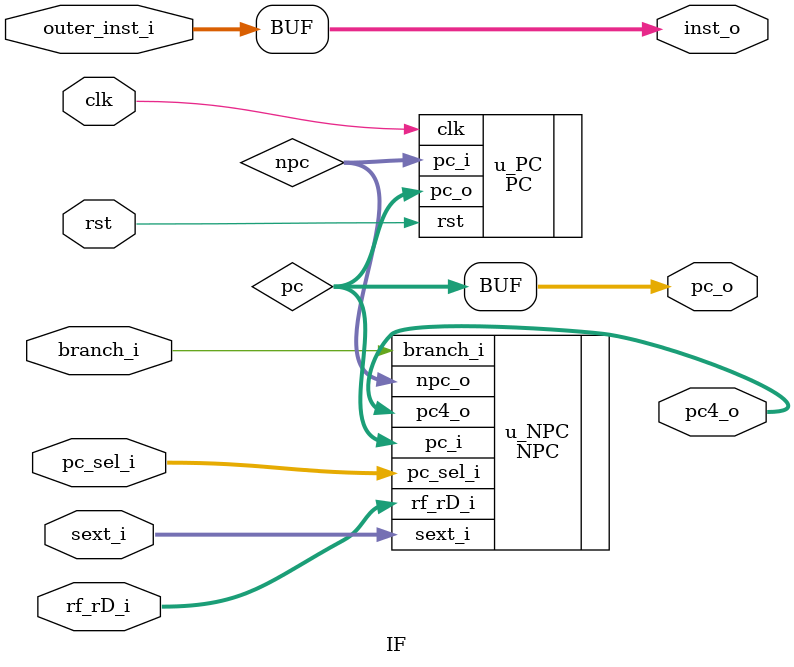
<source format=v>
`timescale 1ns / 1ps
module IF(
    input   wire        rst,
    input   wire        clk,
    // ÊäÈëÐÅºÅ
    input   wire[31:0]  sext_i,     // ·ûºÅÀ©Õ¹Á¢¼´Êý£¬ÓÃÓÚÌø×ª
    input   wire[31:0]  rf_rD_i,       // jalrÖÐ¼Ä´æÆ÷Öµrs1
    // À´×Ô¿ØÖÆÄ£¿éµÄÐÅºÅ
    input   wire[1:0]   pc_sel_i,   // pcÑ¡ÔñÐÅºÅ
    input   wire        branch_i,   // Ìø×ª
    // Êä³öÐÅºÅ
    output  wire[31:0]  inst_o,     // Ö¸Áî
    output  wire[31:0]  pc4_o,      // pc+4
    output  wire[31:0]  pc_o,       // µ±Ç°pc
    // for trace test
    input   wire[31:0]  outer_inst_i
    );
    
    wire[31:0]  npc;    // ´ÓNPCÊä³ö£¬ÊäÈëPCµÄµØÖ·£¬¼´ÏÂÒ»ÌõÖ¸ÁîµØÖ·
    wire[31:0]  pc;     // ´ÓPCÊä³öÏòÍâ²¿£¨»ò»Øµ½NPCÒÔ+4£©µÄµØÖ·
    assign pc_o = pc;
    
    // Ö¸ÁîµØÖ·Êä³ö
    PC u_PC(
        .clk    (clk),
        .rst    (rst),
        .pc_i   (npc),
        .pc_o   (pc)
    );
    
    // ÏÂÒ»ÌõÖ¸ÁîµØÖ·
    NPC u_NPC(
        .pc_sel_i   (pc_sel_i),
        .pc_i       (pc),
        .sext_i     (sext_i),
        .branch_i   (branch_i),
        .rf_rD_i    (rf_rD_i),
        .pc4_o      (pc4_o),
        .npc_o      (npc)
    );
    
//    prgrom IROM (
//        .a      (pc[15:2]),
//        .spo    (inst_o)
//    );
    
    // for trace test
    assign inst_o = outer_inst_i;

endmodule

</source>
